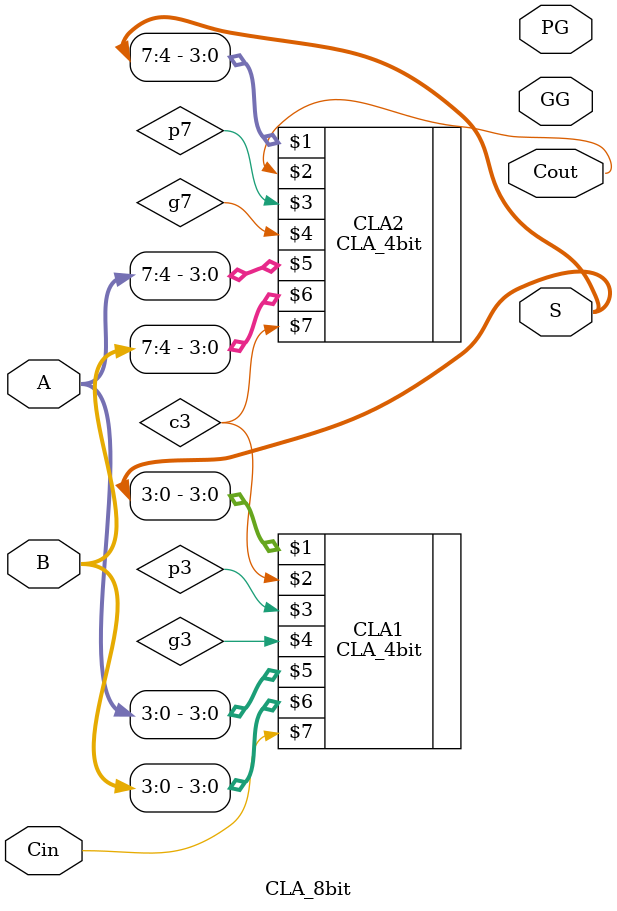
<source format=v>
`timescale 1ns / 1ps
module CLA_8bit(
	 output [7:0] S,
    output Cout,PG,GG,
	 // PG and GG = Propagate and generate group carry
    input [7:0] A,B,
    input Cin
    );
	 
	 wire c3,p3,g3,p7,g7;
	 
	 CLA_4bit CLA1(S[3:0],c3,p3,g3,A[3:0],B[3:0],Cin);
	 CLA_4bit CLA2(S[7:4],Cout,p7,g7,A[7:4],B[7:4],c3);
	

endmodule

</source>
